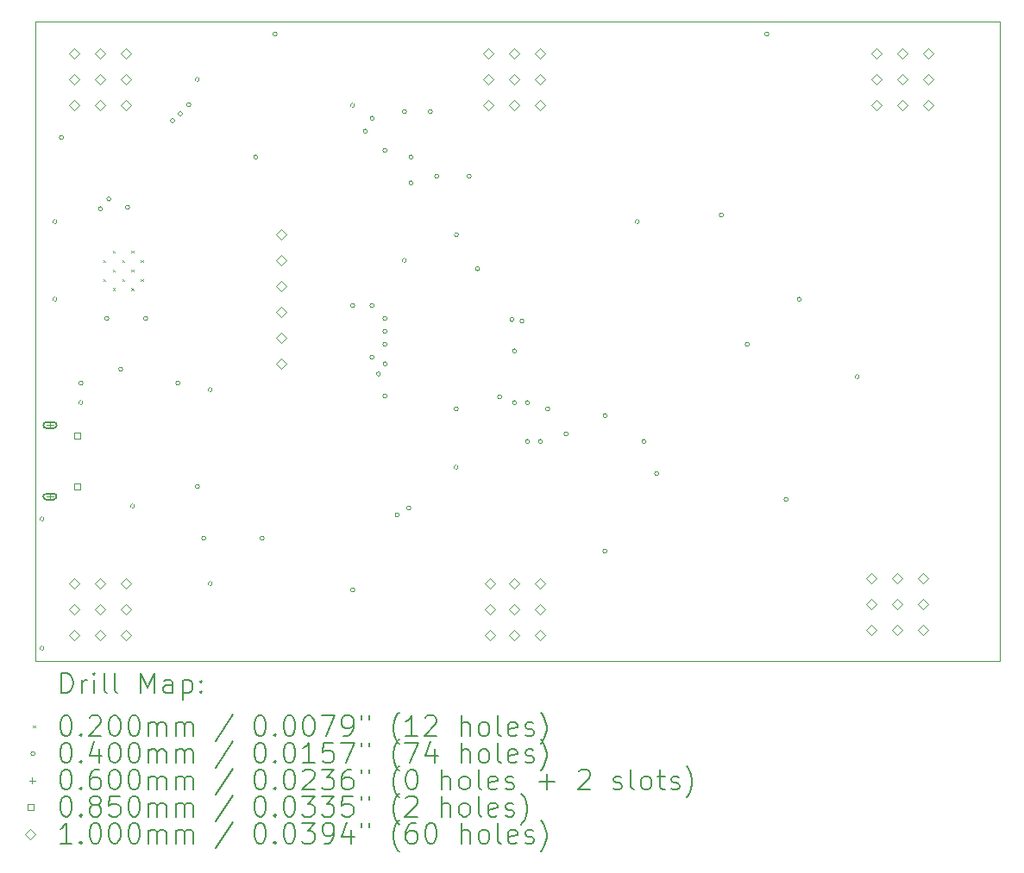
<source format=gbr>
%TF.GenerationSoftware,KiCad,Pcbnew,6.0.10-86aedd382b~118~ubuntu22.04.1*%
%TF.CreationDate,2023-01-14T07:35:05+01:00*%
%TF.ProjectId,servo_control,73657276-6f5f-4636-9f6e-74726f6c2e6b,rev?*%
%TF.SameCoordinates,Original*%
%TF.FileFunction,Drillmap*%
%TF.FilePolarity,Positive*%
%FSLAX45Y45*%
G04 Gerber Fmt 4.5, Leading zero omitted, Abs format (unit mm)*
G04 Created by KiCad (PCBNEW 6.0.10-86aedd382b~118~ubuntu22.04.1) date 2023-01-14 07:35:05*
%MOMM*%
%LPD*%
G01*
G04 APERTURE LIST*
%ADD10C,0.100000*%
%ADD11C,0.200000*%
%ADD12C,0.020000*%
%ADD13C,0.040000*%
%ADD14C,0.060000*%
%ADD15C,0.085000*%
G04 APERTURE END LIST*
D10*
X10033000Y-4000500D02*
X19494500Y-4000500D01*
X19494500Y-4000500D02*
X19494500Y-10287000D01*
X19494500Y-10287000D02*
X10033000Y-10287000D01*
X10033000Y-10287000D02*
X10033000Y-4000500D01*
D11*
D12*
X10698500Y-6348250D02*
X10718500Y-6368250D01*
X10718500Y-6348250D02*
X10698500Y-6368250D01*
X10698500Y-6531750D02*
X10718500Y-6551750D01*
X10718500Y-6531750D02*
X10698500Y-6551750D01*
X10790250Y-6256500D02*
X10810250Y-6276500D01*
X10810250Y-6256500D02*
X10790250Y-6276500D01*
X10790250Y-6440000D02*
X10810250Y-6460000D01*
X10810250Y-6440000D02*
X10790250Y-6460000D01*
X10790250Y-6623500D02*
X10810250Y-6643500D01*
X10810250Y-6623500D02*
X10790250Y-6643500D01*
X10882000Y-6348250D02*
X10902000Y-6368250D01*
X10902000Y-6348250D02*
X10882000Y-6368250D01*
X10882000Y-6531750D02*
X10902000Y-6551750D01*
X10902000Y-6531750D02*
X10882000Y-6551750D01*
X10973750Y-6256500D02*
X10993750Y-6276500D01*
X10993750Y-6256500D02*
X10973750Y-6276500D01*
X10973750Y-6440000D02*
X10993750Y-6460000D01*
X10993750Y-6440000D02*
X10973750Y-6460000D01*
X10973750Y-6623500D02*
X10993750Y-6643500D01*
X10993750Y-6623500D02*
X10973750Y-6643500D01*
X11065500Y-6348250D02*
X11085500Y-6368250D01*
X11085500Y-6348250D02*
X11065500Y-6368250D01*
X11065500Y-6531750D02*
X11085500Y-6551750D01*
X11085500Y-6531750D02*
X11065500Y-6551750D01*
D13*
X10116500Y-8890000D02*
G75*
G03*
X10116500Y-8890000I-20000J0D01*
G01*
X10116500Y-10160000D02*
G75*
G03*
X10116500Y-10160000I-20000J0D01*
G01*
X10243500Y-5969000D02*
G75*
G03*
X10243500Y-5969000I-20000J0D01*
G01*
X10243500Y-6731000D02*
G75*
G03*
X10243500Y-6731000I-20000J0D01*
G01*
X10307000Y-5143500D02*
G75*
G03*
X10307000Y-5143500I-20000J0D01*
G01*
X10497500Y-7556500D02*
G75*
G03*
X10497500Y-7556500I-20000J0D01*
G01*
X10497500Y-7747000D02*
G75*
G03*
X10497500Y-7747000I-20000J0D01*
G01*
X10688000Y-5842000D02*
G75*
G03*
X10688000Y-5842000I-20000J0D01*
G01*
X10751500Y-6921500D02*
G75*
G03*
X10751500Y-6921500I-20000J0D01*
G01*
X10772049Y-5747063D02*
G75*
G03*
X10772049Y-5747063I-20000J0D01*
G01*
X10888789Y-7419211D02*
G75*
G03*
X10888789Y-7419211I-20000J0D01*
G01*
X10955722Y-5828278D02*
G75*
G03*
X10955722Y-5828278I-20000J0D01*
G01*
X11005500Y-8763000D02*
G75*
G03*
X11005500Y-8763000I-20000J0D01*
G01*
X11132500Y-6921500D02*
G75*
G03*
X11132500Y-6921500I-20000J0D01*
G01*
X11397869Y-4976950D02*
G75*
G03*
X11397869Y-4976950I-20000J0D01*
G01*
X11450000Y-7556500D02*
G75*
G03*
X11450000Y-7556500I-20000J0D01*
G01*
X11473110Y-4911155D02*
G75*
G03*
X11473110Y-4911155I-20000J0D01*
G01*
X11555310Y-4819818D02*
G75*
G03*
X11555310Y-4819818I-20000J0D01*
G01*
X11640500Y-4572000D02*
G75*
G03*
X11640500Y-4572000I-20000J0D01*
G01*
X11640500Y-8572500D02*
G75*
G03*
X11640500Y-8572500I-20000J0D01*
G01*
X11704000Y-9080500D02*
G75*
G03*
X11704000Y-9080500I-20000J0D01*
G01*
X11767500Y-7620000D02*
G75*
G03*
X11767500Y-7620000I-20000J0D01*
G01*
X11767500Y-9525000D02*
G75*
G03*
X11767500Y-9525000I-20000J0D01*
G01*
X12212000Y-5334000D02*
G75*
G03*
X12212000Y-5334000I-20000J0D01*
G01*
X12275500Y-9080500D02*
G75*
G03*
X12275500Y-9080500I-20000J0D01*
G01*
X12402500Y-4127500D02*
G75*
G03*
X12402500Y-4127500I-20000J0D01*
G01*
X13164500Y-4826000D02*
G75*
G03*
X13164500Y-4826000I-20000J0D01*
G01*
X13164500Y-6794500D02*
G75*
G03*
X13164500Y-6794500I-20000J0D01*
G01*
X13164500Y-9588500D02*
G75*
G03*
X13164500Y-9588500I-20000J0D01*
G01*
X13287350Y-5080000D02*
G75*
G03*
X13287350Y-5080000I-20000J0D01*
G01*
X13355000Y-4953000D02*
G75*
G03*
X13355000Y-4953000I-20000J0D01*
G01*
X13355000Y-6794500D02*
G75*
G03*
X13355000Y-6794500I-20000J0D01*
G01*
X13355000Y-7302500D02*
G75*
G03*
X13355000Y-7302500I-20000J0D01*
G01*
X13418500Y-7465950D02*
G75*
G03*
X13418500Y-7465950I-20000J0D01*
G01*
X13482000Y-5270500D02*
G75*
G03*
X13482000Y-5270500I-20000J0D01*
G01*
X13482000Y-6921500D02*
G75*
G03*
X13482000Y-6921500I-20000J0D01*
G01*
X13482000Y-7048500D02*
G75*
G03*
X13482000Y-7048500I-20000J0D01*
G01*
X13482000Y-7175500D02*
G75*
G03*
X13482000Y-7175500I-20000J0D01*
G01*
X13482000Y-7366000D02*
G75*
G03*
X13482000Y-7366000I-20000J0D01*
G01*
X13482000Y-7683500D02*
G75*
G03*
X13482000Y-7683500I-20000J0D01*
G01*
X13601387Y-8849994D02*
G75*
G03*
X13601387Y-8849994I-20000J0D01*
G01*
X13672500Y-4889500D02*
G75*
G03*
X13672500Y-4889500I-20000J0D01*
G01*
X13672500Y-6350000D02*
G75*
G03*
X13672500Y-6350000I-20000J0D01*
G01*
X13714300Y-8783450D02*
G75*
G03*
X13714300Y-8783450I-20000J0D01*
G01*
X13736000Y-5334000D02*
G75*
G03*
X13736000Y-5334000I-20000J0D01*
G01*
X13736000Y-5588000D02*
G75*
G03*
X13736000Y-5588000I-20000J0D01*
G01*
X13926500Y-4889500D02*
G75*
G03*
X13926500Y-4889500I-20000J0D01*
G01*
X13990000Y-5524500D02*
G75*
G03*
X13990000Y-5524500I-20000J0D01*
G01*
X14180500Y-7810500D02*
G75*
G03*
X14180500Y-7810500I-20000J0D01*
G01*
X14180500Y-8382000D02*
G75*
G03*
X14180500Y-8382000I-20000J0D01*
G01*
X14182623Y-6098123D02*
G75*
G03*
X14182623Y-6098123I-20000J0D01*
G01*
X14307500Y-5524500D02*
G75*
G03*
X14307500Y-5524500I-20000J0D01*
G01*
X14390480Y-6432980D02*
G75*
G03*
X14390480Y-6432980I-20000J0D01*
G01*
X14607050Y-7692450D02*
G75*
G03*
X14607050Y-7692450I-20000J0D01*
G01*
X14727036Y-6931960D02*
G75*
G03*
X14727036Y-6931960I-20000J0D01*
G01*
X14752000Y-7239000D02*
G75*
G03*
X14752000Y-7239000I-20000J0D01*
G01*
X14752000Y-7747000D02*
G75*
G03*
X14752000Y-7747000I-20000J0D01*
G01*
X14826030Y-6945753D02*
G75*
G03*
X14826030Y-6945753I-20000J0D01*
G01*
X14879000Y-7747000D02*
G75*
G03*
X14879000Y-7747000I-20000J0D01*
G01*
X14879000Y-8128000D02*
G75*
G03*
X14879000Y-8128000I-20000J0D01*
G01*
X15006000Y-8128000D02*
G75*
G03*
X15006000Y-8128000I-20000J0D01*
G01*
X15078450Y-7810500D02*
G75*
G03*
X15078450Y-7810500I-20000J0D01*
G01*
X15260000Y-8055550D02*
G75*
G03*
X15260000Y-8055550I-20000J0D01*
G01*
X15641000Y-7874000D02*
G75*
G03*
X15641000Y-7874000I-20000J0D01*
G01*
X15641000Y-9207500D02*
G75*
G03*
X15641000Y-9207500I-20000J0D01*
G01*
X15958500Y-5969000D02*
G75*
G03*
X15958500Y-5969000I-20000J0D01*
G01*
X16022000Y-8128000D02*
G75*
G03*
X16022000Y-8128000I-20000J0D01*
G01*
X16149000Y-8445500D02*
G75*
G03*
X16149000Y-8445500I-20000J0D01*
G01*
X16784000Y-5905500D02*
G75*
G03*
X16784000Y-5905500I-20000J0D01*
G01*
X17038000Y-7175500D02*
G75*
G03*
X17038000Y-7175500I-20000J0D01*
G01*
X17228500Y-4127500D02*
G75*
G03*
X17228500Y-4127500I-20000J0D01*
G01*
X17419000Y-8699500D02*
G75*
G03*
X17419000Y-8699500I-20000J0D01*
G01*
X17546000Y-6731000D02*
G75*
G03*
X17546000Y-6731000I-20000J0D01*
G01*
X18117500Y-7493000D02*
G75*
G03*
X18117500Y-7493000I-20000J0D01*
G01*
D14*
X10174237Y-7939615D02*
X10174237Y-7999615D01*
X10144237Y-7969615D02*
X10204237Y-7969615D01*
D11*
X10139237Y-7999615D02*
X10209237Y-7999615D01*
X10139237Y-7939615D02*
X10209237Y-7939615D01*
X10209237Y-7999615D02*
G75*
G03*
X10209237Y-7939615I0J30000D01*
G01*
X10139237Y-7939615D02*
G75*
G03*
X10139237Y-7999615I0J-30000D01*
G01*
D14*
X10174237Y-8639615D02*
X10174237Y-8699615D01*
X10144237Y-8669615D02*
X10204237Y-8669615D01*
D11*
X10209237Y-8639615D02*
X10139237Y-8639615D01*
X10209237Y-8699615D02*
X10139237Y-8699615D01*
X10139237Y-8639615D02*
G75*
G03*
X10139237Y-8699615I0J-30000D01*
G01*
X10209237Y-8699615D02*
G75*
G03*
X10209237Y-8639615I0J30000D01*
G01*
D15*
X10474289Y-8099667D02*
X10474289Y-8039563D01*
X10414185Y-8039563D01*
X10414185Y-8099667D01*
X10474289Y-8099667D01*
X10474289Y-8599668D02*
X10474289Y-8539563D01*
X10414185Y-8539563D01*
X10414185Y-8599668D01*
X10474289Y-8599668D01*
D10*
X10414000Y-4368000D02*
X10464000Y-4318000D01*
X10414000Y-4268000D01*
X10364000Y-4318000D01*
X10414000Y-4368000D01*
X10414000Y-4622000D02*
X10464000Y-4572000D01*
X10414000Y-4522000D01*
X10364000Y-4572000D01*
X10414000Y-4622000D01*
X10414000Y-4876000D02*
X10464000Y-4826000D01*
X10414000Y-4776000D01*
X10364000Y-4826000D01*
X10414000Y-4876000D01*
X10414000Y-9572000D02*
X10464000Y-9522000D01*
X10414000Y-9472000D01*
X10364000Y-9522000D01*
X10414000Y-9572000D01*
X10414000Y-9826000D02*
X10464000Y-9776000D01*
X10414000Y-9726000D01*
X10364000Y-9776000D01*
X10414000Y-9826000D01*
X10414000Y-10080000D02*
X10464000Y-10030000D01*
X10414000Y-9980000D01*
X10364000Y-10030000D01*
X10414000Y-10080000D01*
X10668000Y-4368000D02*
X10718000Y-4318000D01*
X10668000Y-4268000D01*
X10618000Y-4318000D01*
X10668000Y-4368000D01*
X10668000Y-4622000D02*
X10718000Y-4572000D01*
X10668000Y-4522000D01*
X10618000Y-4572000D01*
X10668000Y-4622000D01*
X10668000Y-4876000D02*
X10718000Y-4826000D01*
X10668000Y-4776000D01*
X10618000Y-4826000D01*
X10668000Y-4876000D01*
X10668000Y-9572000D02*
X10718000Y-9522000D01*
X10668000Y-9472000D01*
X10618000Y-9522000D01*
X10668000Y-9572000D01*
X10668000Y-9826000D02*
X10718000Y-9776000D01*
X10668000Y-9726000D01*
X10618000Y-9776000D01*
X10668000Y-9826000D01*
X10668000Y-10080000D02*
X10718000Y-10030000D01*
X10668000Y-9980000D01*
X10618000Y-10030000D01*
X10668000Y-10080000D01*
X10922000Y-4368000D02*
X10972000Y-4318000D01*
X10922000Y-4268000D01*
X10872000Y-4318000D01*
X10922000Y-4368000D01*
X10922000Y-4622000D02*
X10972000Y-4572000D01*
X10922000Y-4522000D01*
X10872000Y-4572000D01*
X10922000Y-4622000D01*
X10922000Y-4876000D02*
X10972000Y-4826000D01*
X10922000Y-4776000D01*
X10872000Y-4826000D01*
X10922000Y-4876000D01*
X10922000Y-9572000D02*
X10972000Y-9522000D01*
X10922000Y-9472000D01*
X10872000Y-9522000D01*
X10922000Y-9572000D01*
X10922000Y-9826000D02*
X10972000Y-9776000D01*
X10922000Y-9726000D01*
X10872000Y-9776000D01*
X10922000Y-9826000D01*
X10922000Y-10080000D02*
X10972000Y-10030000D01*
X10922000Y-9980000D01*
X10872000Y-10030000D01*
X10922000Y-10080000D01*
X12446000Y-6146000D02*
X12496000Y-6096000D01*
X12446000Y-6046000D01*
X12396000Y-6096000D01*
X12446000Y-6146000D01*
X12446000Y-6400000D02*
X12496000Y-6350000D01*
X12446000Y-6300000D01*
X12396000Y-6350000D01*
X12446000Y-6400000D01*
X12446000Y-6654000D02*
X12496000Y-6604000D01*
X12446000Y-6554000D01*
X12396000Y-6604000D01*
X12446000Y-6654000D01*
X12446000Y-6908000D02*
X12496000Y-6858000D01*
X12446000Y-6808000D01*
X12396000Y-6858000D01*
X12446000Y-6908000D01*
X12446000Y-7162000D02*
X12496000Y-7112000D01*
X12446000Y-7062000D01*
X12396000Y-7112000D01*
X12446000Y-7162000D01*
X12446000Y-7416000D02*
X12496000Y-7366000D01*
X12446000Y-7316000D01*
X12396000Y-7366000D01*
X12446000Y-7416000D01*
X14478000Y-4368000D02*
X14528000Y-4318000D01*
X14478000Y-4268000D01*
X14428000Y-4318000D01*
X14478000Y-4368000D01*
X14478000Y-4622000D02*
X14528000Y-4572000D01*
X14478000Y-4522000D01*
X14428000Y-4572000D01*
X14478000Y-4622000D01*
X14478000Y-4876000D02*
X14528000Y-4826000D01*
X14478000Y-4776000D01*
X14428000Y-4826000D01*
X14478000Y-4876000D01*
X14490000Y-9575000D02*
X14540000Y-9525000D01*
X14490000Y-9475000D01*
X14440000Y-9525000D01*
X14490000Y-9575000D01*
X14490000Y-9829000D02*
X14540000Y-9779000D01*
X14490000Y-9729000D01*
X14440000Y-9779000D01*
X14490000Y-9829000D01*
X14490000Y-10083000D02*
X14540000Y-10033000D01*
X14490000Y-9983000D01*
X14440000Y-10033000D01*
X14490000Y-10083000D01*
X14732000Y-4368000D02*
X14782000Y-4318000D01*
X14732000Y-4268000D01*
X14682000Y-4318000D01*
X14732000Y-4368000D01*
X14732000Y-4622000D02*
X14782000Y-4572000D01*
X14732000Y-4522000D01*
X14682000Y-4572000D01*
X14732000Y-4622000D01*
X14732000Y-4876000D02*
X14782000Y-4826000D01*
X14732000Y-4776000D01*
X14682000Y-4826000D01*
X14732000Y-4876000D01*
X14732000Y-9575000D02*
X14782000Y-9525000D01*
X14732000Y-9475000D01*
X14682000Y-9525000D01*
X14732000Y-9575000D01*
X14732000Y-9829000D02*
X14782000Y-9779000D01*
X14732000Y-9729000D01*
X14682000Y-9779000D01*
X14732000Y-9829000D01*
X14732000Y-10083000D02*
X14782000Y-10033000D01*
X14732000Y-9983000D01*
X14682000Y-10033000D01*
X14732000Y-10083000D01*
X14986000Y-4368000D02*
X15036000Y-4318000D01*
X14986000Y-4268000D01*
X14936000Y-4318000D01*
X14986000Y-4368000D01*
X14986000Y-4622000D02*
X15036000Y-4572000D01*
X14986000Y-4522000D01*
X14936000Y-4572000D01*
X14986000Y-4622000D01*
X14986000Y-4876000D02*
X15036000Y-4826000D01*
X14986000Y-4776000D01*
X14936000Y-4826000D01*
X14986000Y-4876000D01*
X14986000Y-9575000D02*
X15036000Y-9525000D01*
X14986000Y-9475000D01*
X14936000Y-9525000D01*
X14986000Y-9575000D01*
X14986000Y-9829000D02*
X15036000Y-9779000D01*
X14986000Y-9729000D01*
X14936000Y-9779000D01*
X14986000Y-9829000D01*
X14986000Y-10083000D02*
X15036000Y-10033000D01*
X14986000Y-9983000D01*
X14936000Y-10033000D01*
X14986000Y-10083000D01*
X18237246Y-9524731D02*
X18287246Y-9474731D01*
X18237246Y-9424731D01*
X18187246Y-9474731D01*
X18237246Y-9524731D01*
X18237246Y-9778731D02*
X18287246Y-9728731D01*
X18237246Y-9678731D01*
X18187246Y-9728731D01*
X18237246Y-9778731D01*
X18237246Y-10032731D02*
X18287246Y-9982731D01*
X18237246Y-9932731D01*
X18187246Y-9982731D01*
X18237246Y-10032731D01*
X18288000Y-4368000D02*
X18338000Y-4318000D01*
X18288000Y-4268000D01*
X18238000Y-4318000D01*
X18288000Y-4368000D01*
X18288000Y-4622000D02*
X18338000Y-4572000D01*
X18288000Y-4522000D01*
X18238000Y-4572000D01*
X18288000Y-4622000D01*
X18288000Y-4876000D02*
X18338000Y-4826000D01*
X18288000Y-4776000D01*
X18238000Y-4826000D01*
X18288000Y-4876000D01*
X18491246Y-9524731D02*
X18541246Y-9474731D01*
X18491246Y-9424731D01*
X18441246Y-9474731D01*
X18491246Y-9524731D01*
X18491246Y-9778731D02*
X18541246Y-9728731D01*
X18491246Y-9678731D01*
X18441246Y-9728731D01*
X18491246Y-9778731D01*
X18491246Y-10032731D02*
X18541246Y-9982731D01*
X18491246Y-9932731D01*
X18441246Y-9982731D01*
X18491246Y-10032731D01*
X18542000Y-4368000D02*
X18592000Y-4318000D01*
X18542000Y-4268000D01*
X18492000Y-4318000D01*
X18542000Y-4368000D01*
X18542000Y-4622000D02*
X18592000Y-4572000D01*
X18542000Y-4522000D01*
X18492000Y-4572000D01*
X18542000Y-4622000D01*
X18542000Y-4876000D02*
X18592000Y-4826000D01*
X18542000Y-4776000D01*
X18492000Y-4826000D01*
X18542000Y-4876000D01*
X18745246Y-9524731D02*
X18795246Y-9474731D01*
X18745246Y-9424731D01*
X18695246Y-9474731D01*
X18745246Y-9524731D01*
X18745246Y-9778731D02*
X18795246Y-9728731D01*
X18745246Y-9678731D01*
X18695246Y-9728731D01*
X18745246Y-9778731D01*
X18745246Y-10032731D02*
X18795246Y-9982731D01*
X18745246Y-9932731D01*
X18695246Y-9982731D01*
X18745246Y-10032731D01*
X18796000Y-4368000D02*
X18846000Y-4318000D01*
X18796000Y-4268000D01*
X18746000Y-4318000D01*
X18796000Y-4368000D01*
X18796000Y-4622000D02*
X18846000Y-4572000D01*
X18796000Y-4522000D01*
X18746000Y-4572000D01*
X18796000Y-4622000D01*
X18796000Y-4876000D02*
X18846000Y-4826000D01*
X18796000Y-4776000D01*
X18746000Y-4826000D01*
X18796000Y-4876000D01*
D11*
X10285619Y-10602476D02*
X10285619Y-10402476D01*
X10333238Y-10402476D01*
X10361810Y-10412000D01*
X10380857Y-10431048D01*
X10390381Y-10450095D01*
X10399905Y-10488190D01*
X10399905Y-10516762D01*
X10390381Y-10554857D01*
X10380857Y-10573905D01*
X10361810Y-10592952D01*
X10333238Y-10602476D01*
X10285619Y-10602476D01*
X10485619Y-10602476D02*
X10485619Y-10469143D01*
X10485619Y-10507238D02*
X10495143Y-10488190D01*
X10504667Y-10478667D01*
X10523714Y-10469143D01*
X10542762Y-10469143D01*
X10609429Y-10602476D02*
X10609429Y-10469143D01*
X10609429Y-10402476D02*
X10599905Y-10412000D01*
X10609429Y-10421524D01*
X10618952Y-10412000D01*
X10609429Y-10402476D01*
X10609429Y-10421524D01*
X10733238Y-10602476D02*
X10714190Y-10592952D01*
X10704667Y-10573905D01*
X10704667Y-10402476D01*
X10838000Y-10602476D02*
X10818952Y-10592952D01*
X10809429Y-10573905D01*
X10809429Y-10402476D01*
X11066571Y-10602476D02*
X11066571Y-10402476D01*
X11133238Y-10545333D01*
X11199905Y-10402476D01*
X11199905Y-10602476D01*
X11380857Y-10602476D02*
X11380857Y-10497714D01*
X11371333Y-10478667D01*
X11352286Y-10469143D01*
X11314190Y-10469143D01*
X11295143Y-10478667D01*
X11380857Y-10592952D02*
X11361809Y-10602476D01*
X11314190Y-10602476D01*
X11295143Y-10592952D01*
X11285619Y-10573905D01*
X11285619Y-10554857D01*
X11295143Y-10535810D01*
X11314190Y-10526286D01*
X11361809Y-10526286D01*
X11380857Y-10516762D01*
X11476095Y-10469143D02*
X11476095Y-10669143D01*
X11476095Y-10478667D02*
X11495143Y-10469143D01*
X11533238Y-10469143D01*
X11552286Y-10478667D01*
X11561809Y-10488190D01*
X11571333Y-10507238D01*
X11571333Y-10564381D01*
X11561809Y-10583429D01*
X11552286Y-10592952D01*
X11533238Y-10602476D01*
X11495143Y-10602476D01*
X11476095Y-10592952D01*
X11657048Y-10583429D02*
X11666571Y-10592952D01*
X11657048Y-10602476D01*
X11647524Y-10592952D01*
X11657048Y-10583429D01*
X11657048Y-10602476D01*
X11657048Y-10478667D02*
X11666571Y-10488190D01*
X11657048Y-10497714D01*
X11647524Y-10488190D01*
X11657048Y-10478667D01*
X11657048Y-10497714D01*
D12*
X10008000Y-10922000D02*
X10028000Y-10942000D01*
X10028000Y-10922000D02*
X10008000Y-10942000D01*
D11*
X10323714Y-10822476D02*
X10342762Y-10822476D01*
X10361810Y-10832000D01*
X10371333Y-10841524D01*
X10380857Y-10860571D01*
X10390381Y-10898667D01*
X10390381Y-10946286D01*
X10380857Y-10984381D01*
X10371333Y-11003429D01*
X10361810Y-11012952D01*
X10342762Y-11022476D01*
X10323714Y-11022476D01*
X10304667Y-11012952D01*
X10295143Y-11003429D01*
X10285619Y-10984381D01*
X10276095Y-10946286D01*
X10276095Y-10898667D01*
X10285619Y-10860571D01*
X10295143Y-10841524D01*
X10304667Y-10832000D01*
X10323714Y-10822476D01*
X10476095Y-11003429D02*
X10485619Y-11012952D01*
X10476095Y-11022476D01*
X10466571Y-11012952D01*
X10476095Y-11003429D01*
X10476095Y-11022476D01*
X10561810Y-10841524D02*
X10571333Y-10832000D01*
X10590381Y-10822476D01*
X10638000Y-10822476D01*
X10657048Y-10832000D01*
X10666571Y-10841524D01*
X10676095Y-10860571D01*
X10676095Y-10879619D01*
X10666571Y-10908190D01*
X10552286Y-11022476D01*
X10676095Y-11022476D01*
X10799905Y-10822476D02*
X10818952Y-10822476D01*
X10838000Y-10832000D01*
X10847524Y-10841524D01*
X10857048Y-10860571D01*
X10866571Y-10898667D01*
X10866571Y-10946286D01*
X10857048Y-10984381D01*
X10847524Y-11003429D01*
X10838000Y-11012952D01*
X10818952Y-11022476D01*
X10799905Y-11022476D01*
X10780857Y-11012952D01*
X10771333Y-11003429D01*
X10761810Y-10984381D01*
X10752286Y-10946286D01*
X10752286Y-10898667D01*
X10761810Y-10860571D01*
X10771333Y-10841524D01*
X10780857Y-10832000D01*
X10799905Y-10822476D01*
X10990381Y-10822476D02*
X11009429Y-10822476D01*
X11028476Y-10832000D01*
X11038000Y-10841524D01*
X11047524Y-10860571D01*
X11057048Y-10898667D01*
X11057048Y-10946286D01*
X11047524Y-10984381D01*
X11038000Y-11003429D01*
X11028476Y-11012952D01*
X11009429Y-11022476D01*
X10990381Y-11022476D01*
X10971333Y-11012952D01*
X10961810Y-11003429D01*
X10952286Y-10984381D01*
X10942762Y-10946286D01*
X10942762Y-10898667D01*
X10952286Y-10860571D01*
X10961810Y-10841524D01*
X10971333Y-10832000D01*
X10990381Y-10822476D01*
X11142762Y-11022476D02*
X11142762Y-10889143D01*
X11142762Y-10908190D02*
X11152286Y-10898667D01*
X11171333Y-10889143D01*
X11199905Y-10889143D01*
X11218952Y-10898667D01*
X11228476Y-10917714D01*
X11228476Y-11022476D01*
X11228476Y-10917714D02*
X11238000Y-10898667D01*
X11257048Y-10889143D01*
X11285619Y-10889143D01*
X11304667Y-10898667D01*
X11314190Y-10917714D01*
X11314190Y-11022476D01*
X11409428Y-11022476D02*
X11409428Y-10889143D01*
X11409428Y-10908190D02*
X11418952Y-10898667D01*
X11438000Y-10889143D01*
X11466571Y-10889143D01*
X11485619Y-10898667D01*
X11495143Y-10917714D01*
X11495143Y-11022476D01*
X11495143Y-10917714D02*
X11504667Y-10898667D01*
X11523714Y-10889143D01*
X11552286Y-10889143D01*
X11571333Y-10898667D01*
X11580857Y-10917714D01*
X11580857Y-11022476D01*
X11971333Y-10812952D02*
X11799905Y-11070095D01*
X12228476Y-10822476D02*
X12247524Y-10822476D01*
X12266571Y-10832000D01*
X12276095Y-10841524D01*
X12285619Y-10860571D01*
X12295143Y-10898667D01*
X12295143Y-10946286D01*
X12285619Y-10984381D01*
X12276095Y-11003429D01*
X12266571Y-11012952D01*
X12247524Y-11022476D01*
X12228476Y-11022476D01*
X12209428Y-11012952D01*
X12199905Y-11003429D01*
X12190381Y-10984381D01*
X12180857Y-10946286D01*
X12180857Y-10898667D01*
X12190381Y-10860571D01*
X12199905Y-10841524D01*
X12209428Y-10832000D01*
X12228476Y-10822476D01*
X12380857Y-11003429D02*
X12390381Y-11012952D01*
X12380857Y-11022476D01*
X12371333Y-11012952D01*
X12380857Y-11003429D01*
X12380857Y-11022476D01*
X12514190Y-10822476D02*
X12533238Y-10822476D01*
X12552286Y-10832000D01*
X12561809Y-10841524D01*
X12571333Y-10860571D01*
X12580857Y-10898667D01*
X12580857Y-10946286D01*
X12571333Y-10984381D01*
X12561809Y-11003429D01*
X12552286Y-11012952D01*
X12533238Y-11022476D01*
X12514190Y-11022476D01*
X12495143Y-11012952D01*
X12485619Y-11003429D01*
X12476095Y-10984381D01*
X12466571Y-10946286D01*
X12466571Y-10898667D01*
X12476095Y-10860571D01*
X12485619Y-10841524D01*
X12495143Y-10832000D01*
X12514190Y-10822476D01*
X12704667Y-10822476D02*
X12723714Y-10822476D01*
X12742762Y-10832000D01*
X12752286Y-10841524D01*
X12761809Y-10860571D01*
X12771333Y-10898667D01*
X12771333Y-10946286D01*
X12761809Y-10984381D01*
X12752286Y-11003429D01*
X12742762Y-11012952D01*
X12723714Y-11022476D01*
X12704667Y-11022476D01*
X12685619Y-11012952D01*
X12676095Y-11003429D01*
X12666571Y-10984381D01*
X12657048Y-10946286D01*
X12657048Y-10898667D01*
X12666571Y-10860571D01*
X12676095Y-10841524D01*
X12685619Y-10832000D01*
X12704667Y-10822476D01*
X12838000Y-10822476D02*
X12971333Y-10822476D01*
X12885619Y-11022476D01*
X13057048Y-11022476D02*
X13095143Y-11022476D01*
X13114190Y-11012952D01*
X13123714Y-11003429D01*
X13142762Y-10974857D01*
X13152286Y-10936762D01*
X13152286Y-10860571D01*
X13142762Y-10841524D01*
X13133238Y-10832000D01*
X13114190Y-10822476D01*
X13076095Y-10822476D01*
X13057048Y-10832000D01*
X13047524Y-10841524D01*
X13038000Y-10860571D01*
X13038000Y-10908190D01*
X13047524Y-10927238D01*
X13057048Y-10936762D01*
X13076095Y-10946286D01*
X13114190Y-10946286D01*
X13133238Y-10936762D01*
X13142762Y-10927238D01*
X13152286Y-10908190D01*
X13228476Y-10822476D02*
X13228476Y-10860571D01*
X13304667Y-10822476D02*
X13304667Y-10860571D01*
X13599905Y-11098667D02*
X13590381Y-11089143D01*
X13571333Y-11060571D01*
X13561809Y-11041524D01*
X13552286Y-11012952D01*
X13542762Y-10965333D01*
X13542762Y-10927238D01*
X13552286Y-10879619D01*
X13561809Y-10851048D01*
X13571333Y-10832000D01*
X13590381Y-10803429D01*
X13599905Y-10793905D01*
X13780857Y-11022476D02*
X13666571Y-11022476D01*
X13723714Y-11022476D02*
X13723714Y-10822476D01*
X13704667Y-10851048D01*
X13685619Y-10870095D01*
X13666571Y-10879619D01*
X13857048Y-10841524D02*
X13866571Y-10832000D01*
X13885619Y-10822476D01*
X13933238Y-10822476D01*
X13952286Y-10832000D01*
X13961809Y-10841524D01*
X13971333Y-10860571D01*
X13971333Y-10879619D01*
X13961809Y-10908190D01*
X13847524Y-11022476D01*
X13971333Y-11022476D01*
X14209428Y-11022476D02*
X14209428Y-10822476D01*
X14295143Y-11022476D02*
X14295143Y-10917714D01*
X14285619Y-10898667D01*
X14266571Y-10889143D01*
X14238000Y-10889143D01*
X14218952Y-10898667D01*
X14209428Y-10908190D01*
X14418952Y-11022476D02*
X14399905Y-11012952D01*
X14390381Y-11003429D01*
X14380857Y-10984381D01*
X14380857Y-10927238D01*
X14390381Y-10908190D01*
X14399905Y-10898667D01*
X14418952Y-10889143D01*
X14447524Y-10889143D01*
X14466571Y-10898667D01*
X14476095Y-10908190D01*
X14485619Y-10927238D01*
X14485619Y-10984381D01*
X14476095Y-11003429D01*
X14466571Y-11012952D01*
X14447524Y-11022476D01*
X14418952Y-11022476D01*
X14599905Y-11022476D02*
X14580857Y-11012952D01*
X14571333Y-10993905D01*
X14571333Y-10822476D01*
X14752286Y-11012952D02*
X14733238Y-11022476D01*
X14695143Y-11022476D01*
X14676095Y-11012952D01*
X14666571Y-10993905D01*
X14666571Y-10917714D01*
X14676095Y-10898667D01*
X14695143Y-10889143D01*
X14733238Y-10889143D01*
X14752286Y-10898667D01*
X14761809Y-10917714D01*
X14761809Y-10936762D01*
X14666571Y-10955810D01*
X14838000Y-11012952D02*
X14857048Y-11022476D01*
X14895143Y-11022476D01*
X14914190Y-11012952D01*
X14923714Y-10993905D01*
X14923714Y-10984381D01*
X14914190Y-10965333D01*
X14895143Y-10955810D01*
X14866571Y-10955810D01*
X14847524Y-10946286D01*
X14838000Y-10927238D01*
X14838000Y-10917714D01*
X14847524Y-10898667D01*
X14866571Y-10889143D01*
X14895143Y-10889143D01*
X14914190Y-10898667D01*
X14990381Y-11098667D02*
X14999905Y-11089143D01*
X15018952Y-11060571D01*
X15028476Y-11041524D01*
X15038000Y-11012952D01*
X15047524Y-10965333D01*
X15047524Y-10927238D01*
X15038000Y-10879619D01*
X15028476Y-10851048D01*
X15018952Y-10832000D01*
X14999905Y-10803429D01*
X14990381Y-10793905D01*
D13*
X10028000Y-11196000D02*
G75*
G03*
X10028000Y-11196000I-20000J0D01*
G01*
D11*
X10323714Y-11086476D02*
X10342762Y-11086476D01*
X10361810Y-11096000D01*
X10371333Y-11105524D01*
X10380857Y-11124571D01*
X10390381Y-11162667D01*
X10390381Y-11210286D01*
X10380857Y-11248381D01*
X10371333Y-11267428D01*
X10361810Y-11276952D01*
X10342762Y-11286476D01*
X10323714Y-11286476D01*
X10304667Y-11276952D01*
X10295143Y-11267428D01*
X10285619Y-11248381D01*
X10276095Y-11210286D01*
X10276095Y-11162667D01*
X10285619Y-11124571D01*
X10295143Y-11105524D01*
X10304667Y-11096000D01*
X10323714Y-11086476D01*
X10476095Y-11267428D02*
X10485619Y-11276952D01*
X10476095Y-11286476D01*
X10466571Y-11276952D01*
X10476095Y-11267428D01*
X10476095Y-11286476D01*
X10657048Y-11153143D02*
X10657048Y-11286476D01*
X10609429Y-11076952D02*
X10561810Y-11219809D01*
X10685619Y-11219809D01*
X10799905Y-11086476D02*
X10818952Y-11086476D01*
X10838000Y-11096000D01*
X10847524Y-11105524D01*
X10857048Y-11124571D01*
X10866571Y-11162667D01*
X10866571Y-11210286D01*
X10857048Y-11248381D01*
X10847524Y-11267428D01*
X10838000Y-11276952D01*
X10818952Y-11286476D01*
X10799905Y-11286476D01*
X10780857Y-11276952D01*
X10771333Y-11267428D01*
X10761810Y-11248381D01*
X10752286Y-11210286D01*
X10752286Y-11162667D01*
X10761810Y-11124571D01*
X10771333Y-11105524D01*
X10780857Y-11096000D01*
X10799905Y-11086476D01*
X10990381Y-11086476D02*
X11009429Y-11086476D01*
X11028476Y-11096000D01*
X11038000Y-11105524D01*
X11047524Y-11124571D01*
X11057048Y-11162667D01*
X11057048Y-11210286D01*
X11047524Y-11248381D01*
X11038000Y-11267428D01*
X11028476Y-11276952D01*
X11009429Y-11286476D01*
X10990381Y-11286476D01*
X10971333Y-11276952D01*
X10961810Y-11267428D01*
X10952286Y-11248381D01*
X10942762Y-11210286D01*
X10942762Y-11162667D01*
X10952286Y-11124571D01*
X10961810Y-11105524D01*
X10971333Y-11096000D01*
X10990381Y-11086476D01*
X11142762Y-11286476D02*
X11142762Y-11153143D01*
X11142762Y-11172190D02*
X11152286Y-11162667D01*
X11171333Y-11153143D01*
X11199905Y-11153143D01*
X11218952Y-11162667D01*
X11228476Y-11181714D01*
X11228476Y-11286476D01*
X11228476Y-11181714D02*
X11238000Y-11162667D01*
X11257048Y-11153143D01*
X11285619Y-11153143D01*
X11304667Y-11162667D01*
X11314190Y-11181714D01*
X11314190Y-11286476D01*
X11409428Y-11286476D02*
X11409428Y-11153143D01*
X11409428Y-11172190D02*
X11418952Y-11162667D01*
X11438000Y-11153143D01*
X11466571Y-11153143D01*
X11485619Y-11162667D01*
X11495143Y-11181714D01*
X11495143Y-11286476D01*
X11495143Y-11181714D02*
X11504667Y-11162667D01*
X11523714Y-11153143D01*
X11552286Y-11153143D01*
X11571333Y-11162667D01*
X11580857Y-11181714D01*
X11580857Y-11286476D01*
X11971333Y-11076952D02*
X11799905Y-11334095D01*
X12228476Y-11086476D02*
X12247524Y-11086476D01*
X12266571Y-11096000D01*
X12276095Y-11105524D01*
X12285619Y-11124571D01*
X12295143Y-11162667D01*
X12295143Y-11210286D01*
X12285619Y-11248381D01*
X12276095Y-11267428D01*
X12266571Y-11276952D01*
X12247524Y-11286476D01*
X12228476Y-11286476D01*
X12209428Y-11276952D01*
X12199905Y-11267428D01*
X12190381Y-11248381D01*
X12180857Y-11210286D01*
X12180857Y-11162667D01*
X12190381Y-11124571D01*
X12199905Y-11105524D01*
X12209428Y-11096000D01*
X12228476Y-11086476D01*
X12380857Y-11267428D02*
X12390381Y-11276952D01*
X12380857Y-11286476D01*
X12371333Y-11276952D01*
X12380857Y-11267428D01*
X12380857Y-11286476D01*
X12514190Y-11086476D02*
X12533238Y-11086476D01*
X12552286Y-11096000D01*
X12561809Y-11105524D01*
X12571333Y-11124571D01*
X12580857Y-11162667D01*
X12580857Y-11210286D01*
X12571333Y-11248381D01*
X12561809Y-11267428D01*
X12552286Y-11276952D01*
X12533238Y-11286476D01*
X12514190Y-11286476D01*
X12495143Y-11276952D01*
X12485619Y-11267428D01*
X12476095Y-11248381D01*
X12466571Y-11210286D01*
X12466571Y-11162667D01*
X12476095Y-11124571D01*
X12485619Y-11105524D01*
X12495143Y-11096000D01*
X12514190Y-11086476D01*
X12771333Y-11286476D02*
X12657048Y-11286476D01*
X12714190Y-11286476D02*
X12714190Y-11086476D01*
X12695143Y-11115048D01*
X12676095Y-11134095D01*
X12657048Y-11143619D01*
X12952286Y-11086476D02*
X12857048Y-11086476D01*
X12847524Y-11181714D01*
X12857048Y-11172190D01*
X12876095Y-11162667D01*
X12923714Y-11162667D01*
X12942762Y-11172190D01*
X12952286Y-11181714D01*
X12961809Y-11200762D01*
X12961809Y-11248381D01*
X12952286Y-11267428D01*
X12942762Y-11276952D01*
X12923714Y-11286476D01*
X12876095Y-11286476D01*
X12857048Y-11276952D01*
X12847524Y-11267428D01*
X13028476Y-11086476D02*
X13161809Y-11086476D01*
X13076095Y-11286476D01*
X13228476Y-11086476D02*
X13228476Y-11124571D01*
X13304667Y-11086476D02*
X13304667Y-11124571D01*
X13599905Y-11362667D02*
X13590381Y-11353143D01*
X13571333Y-11324571D01*
X13561809Y-11305524D01*
X13552286Y-11276952D01*
X13542762Y-11229333D01*
X13542762Y-11191238D01*
X13552286Y-11143619D01*
X13561809Y-11115048D01*
X13571333Y-11096000D01*
X13590381Y-11067429D01*
X13599905Y-11057905D01*
X13657048Y-11086476D02*
X13790381Y-11086476D01*
X13704667Y-11286476D01*
X13952286Y-11153143D02*
X13952286Y-11286476D01*
X13904667Y-11076952D02*
X13857048Y-11219809D01*
X13980857Y-11219809D01*
X14209428Y-11286476D02*
X14209428Y-11086476D01*
X14295143Y-11286476D02*
X14295143Y-11181714D01*
X14285619Y-11162667D01*
X14266571Y-11153143D01*
X14238000Y-11153143D01*
X14218952Y-11162667D01*
X14209428Y-11172190D01*
X14418952Y-11286476D02*
X14399905Y-11276952D01*
X14390381Y-11267428D01*
X14380857Y-11248381D01*
X14380857Y-11191238D01*
X14390381Y-11172190D01*
X14399905Y-11162667D01*
X14418952Y-11153143D01*
X14447524Y-11153143D01*
X14466571Y-11162667D01*
X14476095Y-11172190D01*
X14485619Y-11191238D01*
X14485619Y-11248381D01*
X14476095Y-11267428D01*
X14466571Y-11276952D01*
X14447524Y-11286476D01*
X14418952Y-11286476D01*
X14599905Y-11286476D02*
X14580857Y-11276952D01*
X14571333Y-11257905D01*
X14571333Y-11086476D01*
X14752286Y-11276952D02*
X14733238Y-11286476D01*
X14695143Y-11286476D01*
X14676095Y-11276952D01*
X14666571Y-11257905D01*
X14666571Y-11181714D01*
X14676095Y-11162667D01*
X14695143Y-11153143D01*
X14733238Y-11153143D01*
X14752286Y-11162667D01*
X14761809Y-11181714D01*
X14761809Y-11200762D01*
X14666571Y-11219809D01*
X14838000Y-11276952D02*
X14857048Y-11286476D01*
X14895143Y-11286476D01*
X14914190Y-11276952D01*
X14923714Y-11257905D01*
X14923714Y-11248381D01*
X14914190Y-11229333D01*
X14895143Y-11219809D01*
X14866571Y-11219809D01*
X14847524Y-11210286D01*
X14838000Y-11191238D01*
X14838000Y-11181714D01*
X14847524Y-11162667D01*
X14866571Y-11153143D01*
X14895143Y-11153143D01*
X14914190Y-11162667D01*
X14990381Y-11362667D02*
X14999905Y-11353143D01*
X15018952Y-11324571D01*
X15028476Y-11305524D01*
X15038000Y-11276952D01*
X15047524Y-11229333D01*
X15047524Y-11191238D01*
X15038000Y-11143619D01*
X15028476Y-11115048D01*
X15018952Y-11096000D01*
X14999905Y-11067429D01*
X14990381Y-11057905D01*
D14*
X9998000Y-11430000D02*
X9998000Y-11490000D01*
X9968000Y-11460000D02*
X10028000Y-11460000D01*
D11*
X10323714Y-11350476D02*
X10342762Y-11350476D01*
X10361810Y-11360000D01*
X10371333Y-11369524D01*
X10380857Y-11388571D01*
X10390381Y-11426667D01*
X10390381Y-11474286D01*
X10380857Y-11512381D01*
X10371333Y-11531428D01*
X10361810Y-11540952D01*
X10342762Y-11550476D01*
X10323714Y-11550476D01*
X10304667Y-11540952D01*
X10295143Y-11531428D01*
X10285619Y-11512381D01*
X10276095Y-11474286D01*
X10276095Y-11426667D01*
X10285619Y-11388571D01*
X10295143Y-11369524D01*
X10304667Y-11360000D01*
X10323714Y-11350476D01*
X10476095Y-11531428D02*
X10485619Y-11540952D01*
X10476095Y-11550476D01*
X10466571Y-11540952D01*
X10476095Y-11531428D01*
X10476095Y-11550476D01*
X10657048Y-11350476D02*
X10618952Y-11350476D01*
X10599905Y-11360000D01*
X10590381Y-11369524D01*
X10571333Y-11398095D01*
X10561810Y-11436190D01*
X10561810Y-11512381D01*
X10571333Y-11531428D01*
X10580857Y-11540952D01*
X10599905Y-11550476D01*
X10638000Y-11550476D01*
X10657048Y-11540952D01*
X10666571Y-11531428D01*
X10676095Y-11512381D01*
X10676095Y-11464762D01*
X10666571Y-11445714D01*
X10657048Y-11436190D01*
X10638000Y-11426667D01*
X10599905Y-11426667D01*
X10580857Y-11436190D01*
X10571333Y-11445714D01*
X10561810Y-11464762D01*
X10799905Y-11350476D02*
X10818952Y-11350476D01*
X10838000Y-11360000D01*
X10847524Y-11369524D01*
X10857048Y-11388571D01*
X10866571Y-11426667D01*
X10866571Y-11474286D01*
X10857048Y-11512381D01*
X10847524Y-11531428D01*
X10838000Y-11540952D01*
X10818952Y-11550476D01*
X10799905Y-11550476D01*
X10780857Y-11540952D01*
X10771333Y-11531428D01*
X10761810Y-11512381D01*
X10752286Y-11474286D01*
X10752286Y-11426667D01*
X10761810Y-11388571D01*
X10771333Y-11369524D01*
X10780857Y-11360000D01*
X10799905Y-11350476D01*
X10990381Y-11350476D02*
X11009429Y-11350476D01*
X11028476Y-11360000D01*
X11038000Y-11369524D01*
X11047524Y-11388571D01*
X11057048Y-11426667D01*
X11057048Y-11474286D01*
X11047524Y-11512381D01*
X11038000Y-11531428D01*
X11028476Y-11540952D01*
X11009429Y-11550476D01*
X10990381Y-11550476D01*
X10971333Y-11540952D01*
X10961810Y-11531428D01*
X10952286Y-11512381D01*
X10942762Y-11474286D01*
X10942762Y-11426667D01*
X10952286Y-11388571D01*
X10961810Y-11369524D01*
X10971333Y-11360000D01*
X10990381Y-11350476D01*
X11142762Y-11550476D02*
X11142762Y-11417143D01*
X11142762Y-11436190D02*
X11152286Y-11426667D01*
X11171333Y-11417143D01*
X11199905Y-11417143D01*
X11218952Y-11426667D01*
X11228476Y-11445714D01*
X11228476Y-11550476D01*
X11228476Y-11445714D02*
X11238000Y-11426667D01*
X11257048Y-11417143D01*
X11285619Y-11417143D01*
X11304667Y-11426667D01*
X11314190Y-11445714D01*
X11314190Y-11550476D01*
X11409428Y-11550476D02*
X11409428Y-11417143D01*
X11409428Y-11436190D02*
X11418952Y-11426667D01*
X11438000Y-11417143D01*
X11466571Y-11417143D01*
X11485619Y-11426667D01*
X11495143Y-11445714D01*
X11495143Y-11550476D01*
X11495143Y-11445714D02*
X11504667Y-11426667D01*
X11523714Y-11417143D01*
X11552286Y-11417143D01*
X11571333Y-11426667D01*
X11580857Y-11445714D01*
X11580857Y-11550476D01*
X11971333Y-11340952D02*
X11799905Y-11598095D01*
X12228476Y-11350476D02*
X12247524Y-11350476D01*
X12266571Y-11360000D01*
X12276095Y-11369524D01*
X12285619Y-11388571D01*
X12295143Y-11426667D01*
X12295143Y-11474286D01*
X12285619Y-11512381D01*
X12276095Y-11531428D01*
X12266571Y-11540952D01*
X12247524Y-11550476D01*
X12228476Y-11550476D01*
X12209428Y-11540952D01*
X12199905Y-11531428D01*
X12190381Y-11512381D01*
X12180857Y-11474286D01*
X12180857Y-11426667D01*
X12190381Y-11388571D01*
X12199905Y-11369524D01*
X12209428Y-11360000D01*
X12228476Y-11350476D01*
X12380857Y-11531428D02*
X12390381Y-11540952D01*
X12380857Y-11550476D01*
X12371333Y-11540952D01*
X12380857Y-11531428D01*
X12380857Y-11550476D01*
X12514190Y-11350476D02*
X12533238Y-11350476D01*
X12552286Y-11360000D01*
X12561809Y-11369524D01*
X12571333Y-11388571D01*
X12580857Y-11426667D01*
X12580857Y-11474286D01*
X12571333Y-11512381D01*
X12561809Y-11531428D01*
X12552286Y-11540952D01*
X12533238Y-11550476D01*
X12514190Y-11550476D01*
X12495143Y-11540952D01*
X12485619Y-11531428D01*
X12476095Y-11512381D01*
X12466571Y-11474286D01*
X12466571Y-11426667D01*
X12476095Y-11388571D01*
X12485619Y-11369524D01*
X12495143Y-11360000D01*
X12514190Y-11350476D01*
X12657048Y-11369524D02*
X12666571Y-11360000D01*
X12685619Y-11350476D01*
X12733238Y-11350476D01*
X12752286Y-11360000D01*
X12761809Y-11369524D01*
X12771333Y-11388571D01*
X12771333Y-11407619D01*
X12761809Y-11436190D01*
X12647524Y-11550476D01*
X12771333Y-11550476D01*
X12838000Y-11350476D02*
X12961809Y-11350476D01*
X12895143Y-11426667D01*
X12923714Y-11426667D01*
X12942762Y-11436190D01*
X12952286Y-11445714D01*
X12961809Y-11464762D01*
X12961809Y-11512381D01*
X12952286Y-11531428D01*
X12942762Y-11540952D01*
X12923714Y-11550476D01*
X12866571Y-11550476D01*
X12847524Y-11540952D01*
X12838000Y-11531428D01*
X13133238Y-11350476D02*
X13095143Y-11350476D01*
X13076095Y-11360000D01*
X13066571Y-11369524D01*
X13047524Y-11398095D01*
X13038000Y-11436190D01*
X13038000Y-11512381D01*
X13047524Y-11531428D01*
X13057048Y-11540952D01*
X13076095Y-11550476D01*
X13114190Y-11550476D01*
X13133238Y-11540952D01*
X13142762Y-11531428D01*
X13152286Y-11512381D01*
X13152286Y-11464762D01*
X13142762Y-11445714D01*
X13133238Y-11436190D01*
X13114190Y-11426667D01*
X13076095Y-11426667D01*
X13057048Y-11436190D01*
X13047524Y-11445714D01*
X13038000Y-11464762D01*
X13228476Y-11350476D02*
X13228476Y-11388571D01*
X13304667Y-11350476D02*
X13304667Y-11388571D01*
X13599905Y-11626667D02*
X13590381Y-11617143D01*
X13571333Y-11588571D01*
X13561809Y-11569524D01*
X13552286Y-11540952D01*
X13542762Y-11493333D01*
X13542762Y-11455238D01*
X13552286Y-11407619D01*
X13561809Y-11379048D01*
X13571333Y-11360000D01*
X13590381Y-11331428D01*
X13599905Y-11321905D01*
X13714190Y-11350476D02*
X13733238Y-11350476D01*
X13752286Y-11360000D01*
X13761809Y-11369524D01*
X13771333Y-11388571D01*
X13780857Y-11426667D01*
X13780857Y-11474286D01*
X13771333Y-11512381D01*
X13761809Y-11531428D01*
X13752286Y-11540952D01*
X13733238Y-11550476D01*
X13714190Y-11550476D01*
X13695143Y-11540952D01*
X13685619Y-11531428D01*
X13676095Y-11512381D01*
X13666571Y-11474286D01*
X13666571Y-11426667D01*
X13676095Y-11388571D01*
X13685619Y-11369524D01*
X13695143Y-11360000D01*
X13714190Y-11350476D01*
X14018952Y-11550476D02*
X14018952Y-11350476D01*
X14104667Y-11550476D02*
X14104667Y-11445714D01*
X14095143Y-11426667D01*
X14076095Y-11417143D01*
X14047524Y-11417143D01*
X14028476Y-11426667D01*
X14018952Y-11436190D01*
X14228476Y-11550476D02*
X14209428Y-11540952D01*
X14199905Y-11531428D01*
X14190381Y-11512381D01*
X14190381Y-11455238D01*
X14199905Y-11436190D01*
X14209428Y-11426667D01*
X14228476Y-11417143D01*
X14257048Y-11417143D01*
X14276095Y-11426667D01*
X14285619Y-11436190D01*
X14295143Y-11455238D01*
X14295143Y-11512381D01*
X14285619Y-11531428D01*
X14276095Y-11540952D01*
X14257048Y-11550476D01*
X14228476Y-11550476D01*
X14409428Y-11550476D02*
X14390381Y-11540952D01*
X14380857Y-11521905D01*
X14380857Y-11350476D01*
X14561809Y-11540952D02*
X14542762Y-11550476D01*
X14504667Y-11550476D01*
X14485619Y-11540952D01*
X14476095Y-11521905D01*
X14476095Y-11445714D01*
X14485619Y-11426667D01*
X14504667Y-11417143D01*
X14542762Y-11417143D01*
X14561809Y-11426667D01*
X14571333Y-11445714D01*
X14571333Y-11464762D01*
X14476095Y-11483809D01*
X14647524Y-11540952D02*
X14666571Y-11550476D01*
X14704667Y-11550476D01*
X14723714Y-11540952D01*
X14733238Y-11521905D01*
X14733238Y-11512381D01*
X14723714Y-11493333D01*
X14704667Y-11483809D01*
X14676095Y-11483809D01*
X14657048Y-11474286D01*
X14647524Y-11455238D01*
X14647524Y-11445714D01*
X14657048Y-11426667D01*
X14676095Y-11417143D01*
X14704667Y-11417143D01*
X14723714Y-11426667D01*
X14971333Y-11474286D02*
X15123714Y-11474286D01*
X15047524Y-11550476D02*
X15047524Y-11398095D01*
X15361809Y-11369524D02*
X15371333Y-11360000D01*
X15390381Y-11350476D01*
X15438000Y-11350476D01*
X15457048Y-11360000D01*
X15466571Y-11369524D01*
X15476095Y-11388571D01*
X15476095Y-11407619D01*
X15466571Y-11436190D01*
X15352286Y-11550476D01*
X15476095Y-11550476D01*
X15704667Y-11540952D02*
X15723714Y-11550476D01*
X15761809Y-11550476D01*
X15780857Y-11540952D01*
X15790381Y-11521905D01*
X15790381Y-11512381D01*
X15780857Y-11493333D01*
X15761809Y-11483809D01*
X15733238Y-11483809D01*
X15714190Y-11474286D01*
X15704667Y-11455238D01*
X15704667Y-11445714D01*
X15714190Y-11426667D01*
X15733238Y-11417143D01*
X15761809Y-11417143D01*
X15780857Y-11426667D01*
X15904667Y-11550476D02*
X15885619Y-11540952D01*
X15876095Y-11521905D01*
X15876095Y-11350476D01*
X16009428Y-11550476D02*
X15990381Y-11540952D01*
X15980857Y-11531428D01*
X15971333Y-11512381D01*
X15971333Y-11455238D01*
X15980857Y-11436190D01*
X15990381Y-11426667D01*
X16009428Y-11417143D01*
X16038000Y-11417143D01*
X16057048Y-11426667D01*
X16066571Y-11436190D01*
X16076095Y-11455238D01*
X16076095Y-11512381D01*
X16066571Y-11531428D01*
X16057048Y-11540952D01*
X16038000Y-11550476D01*
X16009428Y-11550476D01*
X16133238Y-11417143D02*
X16209428Y-11417143D01*
X16161809Y-11350476D02*
X16161809Y-11521905D01*
X16171333Y-11540952D01*
X16190381Y-11550476D01*
X16209428Y-11550476D01*
X16266571Y-11540952D02*
X16285619Y-11550476D01*
X16323714Y-11550476D01*
X16342762Y-11540952D01*
X16352286Y-11521905D01*
X16352286Y-11512381D01*
X16342762Y-11493333D01*
X16323714Y-11483809D01*
X16295143Y-11483809D01*
X16276095Y-11474286D01*
X16266571Y-11455238D01*
X16266571Y-11445714D01*
X16276095Y-11426667D01*
X16295143Y-11417143D01*
X16323714Y-11417143D01*
X16342762Y-11426667D01*
X16418952Y-11626667D02*
X16428476Y-11617143D01*
X16447524Y-11588571D01*
X16457048Y-11569524D01*
X16466571Y-11540952D01*
X16476095Y-11493333D01*
X16476095Y-11455238D01*
X16466571Y-11407619D01*
X16457048Y-11379048D01*
X16447524Y-11360000D01*
X16428476Y-11331428D01*
X16418952Y-11321905D01*
D15*
X10015552Y-11754052D02*
X10015552Y-11693948D01*
X9955448Y-11693948D01*
X9955448Y-11754052D01*
X10015552Y-11754052D01*
D11*
X10323714Y-11614476D02*
X10342762Y-11614476D01*
X10361810Y-11624000D01*
X10371333Y-11633524D01*
X10380857Y-11652571D01*
X10390381Y-11690667D01*
X10390381Y-11738286D01*
X10380857Y-11776381D01*
X10371333Y-11795428D01*
X10361810Y-11804952D01*
X10342762Y-11814476D01*
X10323714Y-11814476D01*
X10304667Y-11804952D01*
X10295143Y-11795428D01*
X10285619Y-11776381D01*
X10276095Y-11738286D01*
X10276095Y-11690667D01*
X10285619Y-11652571D01*
X10295143Y-11633524D01*
X10304667Y-11624000D01*
X10323714Y-11614476D01*
X10476095Y-11795428D02*
X10485619Y-11804952D01*
X10476095Y-11814476D01*
X10466571Y-11804952D01*
X10476095Y-11795428D01*
X10476095Y-11814476D01*
X10599905Y-11700190D02*
X10580857Y-11690667D01*
X10571333Y-11681143D01*
X10561810Y-11662095D01*
X10561810Y-11652571D01*
X10571333Y-11633524D01*
X10580857Y-11624000D01*
X10599905Y-11614476D01*
X10638000Y-11614476D01*
X10657048Y-11624000D01*
X10666571Y-11633524D01*
X10676095Y-11652571D01*
X10676095Y-11662095D01*
X10666571Y-11681143D01*
X10657048Y-11690667D01*
X10638000Y-11700190D01*
X10599905Y-11700190D01*
X10580857Y-11709714D01*
X10571333Y-11719238D01*
X10561810Y-11738286D01*
X10561810Y-11776381D01*
X10571333Y-11795428D01*
X10580857Y-11804952D01*
X10599905Y-11814476D01*
X10638000Y-11814476D01*
X10657048Y-11804952D01*
X10666571Y-11795428D01*
X10676095Y-11776381D01*
X10676095Y-11738286D01*
X10666571Y-11719238D01*
X10657048Y-11709714D01*
X10638000Y-11700190D01*
X10857048Y-11614476D02*
X10761810Y-11614476D01*
X10752286Y-11709714D01*
X10761810Y-11700190D01*
X10780857Y-11690667D01*
X10828476Y-11690667D01*
X10847524Y-11700190D01*
X10857048Y-11709714D01*
X10866571Y-11728762D01*
X10866571Y-11776381D01*
X10857048Y-11795428D01*
X10847524Y-11804952D01*
X10828476Y-11814476D01*
X10780857Y-11814476D01*
X10761810Y-11804952D01*
X10752286Y-11795428D01*
X10990381Y-11614476D02*
X11009429Y-11614476D01*
X11028476Y-11624000D01*
X11038000Y-11633524D01*
X11047524Y-11652571D01*
X11057048Y-11690667D01*
X11057048Y-11738286D01*
X11047524Y-11776381D01*
X11038000Y-11795428D01*
X11028476Y-11804952D01*
X11009429Y-11814476D01*
X10990381Y-11814476D01*
X10971333Y-11804952D01*
X10961810Y-11795428D01*
X10952286Y-11776381D01*
X10942762Y-11738286D01*
X10942762Y-11690667D01*
X10952286Y-11652571D01*
X10961810Y-11633524D01*
X10971333Y-11624000D01*
X10990381Y-11614476D01*
X11142762Y-11814476D02*
X11142762Y-11681143D01*
X11142762Y-11700190D02*
X11152286Y-11690667D01*
X11171333Y-11681143D01*
X11199905Y-11681143D01*
X11218952Y-11690667D01*
X11228476Y-11709714D01*
X11228476Y-11814476D01*
X11228476Y-11709714D02*
X11238000Y-11690667D01*
X11257048Y-11681143D01*
X11285619Y-11681143D01*
X11304667Y-11690667D01*
X11314190Y-11709714D01*
X11314190Y-11814476D01*
X11409428Y-11814476D02*
X11409428Y-11681143D01*
X11409428Y-11700190D02*
X11418952Y-11690667D01*
X11438000Y-11681143D01*
X11466571Y-11681143D01*
X11485619Y-11690667D01*
X11495143Y-11709714D01*
X11495143Y-11814476D01*
X11495143Y-11709714D02*
X11504667Y-11690667D01*
X11523714Y-11681143D01*
X11552286Y-11681143D01*
X11571333Y-11690667D01*
X11580857Y-11709714D01*
X11580857Y-11814476D01*
X11971333Y-11604952D02*
X11799905Y-11862095D01*
X12228476Y-11614476D02*
X12247524Y-11614476D01*
X12266571Y-11624000D01*
X12276095Y-11633524D01*
X12285619Y-11652571D01*
X12295143Y-11690667D01*
X12295143Y-11738286D01*
X12285619Y-11776381D01*
X12276095Y-11795428D01*
X12266571Y-11804952D01*
X12247524Y-11814476D01*
X12228476Y-11814476D01*
X12209428Y-11804952D01*
X12199905Y-11795428D01*
X12190381Y-11776381D01*
X12180857Y-11738286D01*
X12180857Y-11690667D01*
X12190381Y-11652571D01*
X12199905Y-11633524D01*
X12209428Y-11624000D01*
X12228476Y-11614476D01*
X12380857Y-11795428D02*
X12390381Y-11804952D01*
X12380857Y-11814476D01*
X12371333Y-11804952D01*
X12380857Y-11795428D01*
X12380857Y-11814476D01*
X12514190Y-11614476D02*
X12533238Y-11614476D01*
X12552286Y-11624000D01*
X12561809Y-11633524D01*
X12571333Y-11652571D01*
X12580857Y-11690667D01*
X12580857Y-11738286D01*
X12571333Y-11776381D01*
X12561809Y-11795428D01*
X12552286Y-11804952D01*
X12533238Y-11814476D01*
X12514190Y-11814476D01*
X12495143Y-11804952D01*
X12485619Y-11795428D01*
X12476095Y-11776381D01*
X12466571Y-11738286D01*
X12466571Y-11690667D01*
X12476095Y-11652571D01*
X12485619Y-11633524D01*
X12495143Y-11624000D01*
X12514190Y-11614476D01*
X12647524Y-11614476D02*
X12771333Y-11614476D01*
X12704667Y-11690667D01*
X12733238Y-11690667D01*
X12752286Y-11700190D01*
X12761809Y-11709714D01*
X12771333Y-11728762D01*
X12771333Y-11776381D01*
X12761809Y-11795428D01*
X12752286Y-11804952D01*
X12733238Y-11814476D01*
X12676095Y-11814476D01*
X12657048Y-11804952D01*
X12647524Y-11795428D01*
X12838000Y-11614476D02*
X12961809Y-11614476D01*
X12895143Y-11690667D01*
X12923714Y-11690667D01*
X12942762Y-11700190D01*
X12952286Y-11709714D01*
X12961809Y-11728762D01*
X12961809Y-11776381D01*
X12952286Y-11795428D01*
X12942762Y-11804952D01*
X12923714Y-11814476D01*
X12866571Y-11814476D01*
X12847524Y-11804952D01*
X12838000Y-11795428D01*
X13142762Y-11614476D02*
X13047524Y-11614476D01*
X13038000Y-11709714D01*
X13047524Y-11700190D01*
X13066571Y-11690667D01*
X13114190Y-11690667D01*
X13133238Y-11700190D01*
X13142762Y-11709714D01*
X13152286Y-11728762D01*
X13152286Y-11776381D01*
X13142762Y-11795428D01*
X13133238Y-11804952D01*
X13114190Y-11814476D01*
X13066571Y-11814476D01*
X13047524Y-11804952D01*
X13038000Y-11795428D01*
X13228476Y-11614476D02*
X13228476Y-11652571D01*
X13304667Y-11614476D02*
X13304667Y-11652571D01*
X13599905Y-11890667D02*
X13590381Y-11881143D01*
X13571333Y-11852571D01*
X13561809Y-11833524D01*
X13552286Y-11804952D01*
X13542762Y-11757333D01*
X13542762Y-11719238D01*
X13552286Y-11671619D01*
X13561809Y-11643048D01*
X13571333Y-11624000D01*
X13590381Y-11595428D01*
X13599905Y-11585905D01*
X13666571Y-11633524D02*
X13676095Y-11624000D01*
X13695143Y-11614476D01*
X13742762Y-11614476D01*
X13761809Y-11624000D01*
X13771333Y-11633524D01*
X13780857Y-11652571D01*
X13780857Y-11671619D01*
X13771333Y-11700190D01*
X13657048Y-11814476D01*
X13780857Y-11814476D01*
X14018952Y-11814476D02*
X14018952Y-11614476D01*
X14104667Y-11814476D02*
X14104667Y-11709714D01*
X14095143Y-11690667D01*
X14076095Y-11681143D01*
X14047524Y-11681143D01*
X14028476Y-11690667D01*
X14018952Y-11700190D01*
X14228476Y-11814476D02*
X14209428Y-11804952D01*
X14199905Y-11795428D01*
X14190381Y-11776381D01*
X14190381Y-11719238D01*
X14199905Y-11700190D01*
X14209428Y-11690667D01*
X14228476Y-11681143D01*
X14257048Y-11681143D01*
X14276095Y-11690667D01*
X14285619Y-11700190D01*
X14295143Y-11719238D01*
X14295143Y-11776381D01*
X14285619Y-11795428D01*
X14276095Y-11804952D01*
X14257048Y-11814476D01*
X14228476Y-11814476D01*
X14409428Y-11814476D02*
X14390381Y-11804952D01*
X14380857Y-11785905D01*
X14380857Y-11614476D01*
X14561809Y-11804952D02*
X14542762Y-11814476D01*
X14504667Y-11814476D01*
X14485619Y-11804952D01*
X14476095Y-11785905D01*
X14476095Y-11709714D01*
X14485619Y-11690667D01*
X14504667Y-11681143D01*
X14542762Y-11681143D01*
X14561809Y-11690667D01*
X14571333Y-11709714D01*
X14571333Y-11728762D01*
X14476095Y-11747809D01*
X14647524Y-11804952D02*
X14666571Y-11814476D01*
X14704667Y-11814476D01*
X14723714Y-11804952D01*
X14733238Y-11785905D01*
X14733238Y-11776381D01*
X14723714Y-11757333D01*
X14704667Y-11747809D01*
X14676095Y-11747809D01*
X14657048Y-11738286D01*
X14647524Y-11719238D01*
X14647524Y-11709714D01*
X14657048Y-11690667D01*
X14676095Y-11681143D01*
X14704667Y-11681143D01*
X14723714Y-11690667D01*
X14799905Y-11890667D02*
X14809428Y-11881143D01*
X14828476Y-11852571D01*
X14838000Y-11833524D01*
X14847524Y-11804952D01*
X14857048Y-11757333D01*
X14857048Y-11719238D01*
X14847524Y-11671619D01*
X14838000Y-11643048D01*
X14828476Y-11624000D01*
X14809428Y-11595428D01*
X14799905Y-11585905D01*
D10*
X9978000Y-12038000D02*
X10028000Y-11988000D01*
X9978000Y-11938000D01*
X9928000Y-11988000D01*
X9978000Y-12038000D01*
D11*
X10390381Y-12078476D02*
X10276095Y-12078476D01*
X10333238Y-12078476D02*
X10333238Y-11878476D01*
X10314190Y-11907048D01*
X10295143Y-11926095D01*
X10276095Y-11935619D01*
X10476095Y-12059428D02*
X10485619Y-12068952D01*
X10476095Y-12078476D01*
X10466571Y-12068952D01*
X10476095Y-12059428D01*
X10476095Y-12078476D01*
X10609429Y-11878476D02*
X10628476Y-11878476D01*
X10647524Y-11888000D01*
X10657048Y-11897524D01*
X10666571Y-11916571D01*
X10676095Y-11954667D01*
X10676095Y-12002286D01*
X10666571Y-12040381D01*
X10657048Y-12059428D01*
X10647524Y-12068952D01*
X10628476Y-12078476D01*
X10609429Y-12078476D01*
X10590381Y-12068952D01*
X10580857Y-12059428D01*
X10571333Y-12040381D01*
X10561810Y-12002286D01*
X10561810Y-11954667D01*
X10571333Y-11916571D01*
X10580857Y-11897524D01*
X10590381Y-11888000D01*
X10609429Y-11878476D01*
X10799905Y-11878476D02*
X10818952Y-11878476D01*
X10838000Y-11888000D01*
X10847524Y-11897524D01*
X10857048Y-11916571D01*
X10866571Y-11954667D01*
X10866571Y-12002286D01*
X10857048Y-12040381D01*
X10847524Y-12059428D01*
X10838000Y-12068952D01*
X10818952Y-12078476D01*
X10799905Y-12078476D01*
X10780857Y-12068952D01*
X10771333Y-12059428D01*
X10761810Y-12040381D01*
X10752286Y-12002286D01*
X10752286Y-11954667D01*
X10761810Y-11916571D01*
X10771333Y-11897524D01*
X10780857Y-11888000D01*
X10799905Y-11878476D01*
X10990381Y-11878476D02*
X11009429Y-11878476D01*
X11028476Y-11888000D01*
X11038000Y-11897524D01*
X11047524Y-11916571D01*
X11057048Y-11954667D01*
X11057048Y-12002286D01*
X11047524Y-12040381D01*
X11038000Y-12059428D01*
X11028476Y-12068952D01*
X11009429Y-12078476D01*
X10990381Y-12078476D01*
X10971333Y-12068952D01*
X10961810Y-12059428D01*
X10952286Y-12040381D01*
X10942762Y-12002286D01*
X10942762Y-11954667D01*
X10952286Y-11916571D01*
X10961810Y-11897524D01*
X10971333Y-11888000D01*
X10990381Y-11878476D01*
X11142762Y-12078476D02*
X11142762Y-11945143D01*
X11142762Y-11964190D02*
X11152286Y-11954667D01*
X11171333Y-11945143D01*
X11199905Y-11945143D01*
X11218952Y-11954667D01*
X11228476Y-11973714D01*
X11228476Y-12078476D01*
X11228476Y-11973714D02*
X11238000Y-11954667D01*
X11257048Y-11945143D01*
X11285619Y-11945143D01*
X11304667Y-11954667D01*
X11314190Y-11973714D01*
X11314190Y-12078476D01*
X11409428Y-12078476D02*
X11409428Y-11945143D01*
X11409428Y-11964190D02*
X11418952Y-11954667D01*
X11438000Y-11945143D01*
X11466571Y-11945143D01*
X11485619Y-11954667D01*
X11495143Y-11973714D01*
X11495143Y-12078476D01*
X11495143Y-11973714D02*
X11504667Y-11954667D01*
X11523714Y-11945143D01*
X11552286Y-11945143D01*
X11571333Y-11954667D01*
X11580857Y-11973714D01*
X11580857Y-12078476D01*
X11971333Y-11868952D02*
X11799905Y-12126095D01*
X12228476Y-11878476D02*
X12247524Y-11878476D01*
X12266571Y-11888000D01*
X12276095Y-11897524D01*
X12285619Y-11916571D01*
X12295143Y-11954667D01*
X12295143Y-12002286D01*
X12285619Y-12040381D01*
X12276095Y-12059428D01*
X12266571Y-12068952D01*
X12247524Y-12078476D01*
X12228476Y-12078476D01*
X12209428Y-12068952D01*
X12199905Y-12059428D01*
X12190381Y-12040381D01*
X12180857Y-12002286D01*
X12180857Y-11954667D01*
X12190381Y-11916571D01*
X12199905Y-11897524D01*
X12209428Y-11888000D01*
X12228476Y-11878476D01*
X12380857Y-12059428D02*
X12390381Y-12068952D01*
X12380857Y-12078476D01*
X12371333Y-12068952D01*
X12380857Y-12059428D01*
X12380857Y-12078476D01*
X12514190Y-11878476D02*
X12533238Y-11878476D01*
X12552286Y-11888000D01*
X12561809Y-11897524D01*
X12571333Y-11916571D01*
X12580857Y-11954667D01*
X12580857Y-12002286D01*
X12571333Y-12040381D01*
X12561809Y-12059428D01*
X12552286Y-12068952D01*
X12533238Y-12078476D01*
X12514190Y-12078476D01*
X12495143Y-12068952D01*
X12485619Y-12059428D01*
X12476095Y-12040381D01*
X12466571Y-12002286D01*
X12466571Y-11954667D01*
X12476095Y-11916571D01*
X12485619Y-11897524D01*
X12495143Y-11888000D01*
X12514190Y-11878476D01*
X12647524Y-11878476D02*
X12771333Y-11878476D01*
X12704667Y-11954667D01*
X12733238Y-11954667D01*
X12752286Y-11964190D01*
X12761809Y-11973714D01*
X12771333Y-11992762D01*
X12771333Y-12040381D01*
X12761809Y-12059428D01*
X12752286Y-12068952D01*
X12733238Y-12078476D01*
X12676095Y-12078476D01*
X12657048Y-12068952D01*
X12647524Y-12059428D01*
X12866571Y-12078476D02*
X12904667Y-12078476D01*
X12923714Y-12068952D01*
X12933238Y-12059428D01*
X12952286Y-12030857D01*
X12961809Y-11992762D01*
X12961809Y-11916571D01*
X12952286Y-11897524D01*
X12942762Y-11888000D01*
X12923714Y-11878476D01*
X12885619Y-11878476D01*
X12866571Y-11888000D01*
X12857048Y-11897524D01*
X12847524Y-11916571D01*
X12847524Y-11964190D01*
X12857048Y-11983238D01*
X12866571Y-11992762D01*
X12885619Y-12002286D01*
X12923714Y-12002286D01*
X12942762Y-11992762D01*
X12952286Y-11983238D01*
X12961809Y-11964190D01*
X13133238Y-11945143D02*
X13133238Y-12078476D01*
X13085619Y-11868952D02*
X13038000Y-12011809D01*
X13161809Y-12011809D01*
X13228476Y-11878476D02*
X13228476Y-11916571D01*
X13304667Y-11878476D02*
X13304667Y-11916571D01*
X13599905Y-12154667D02*
X13590381Y-12145143D01*
X13571333Y-12116571D01*
X13561809Y-12097524D01*
X13552286Y-12068952D01*
X13542762Y-12021333D01*
X13542762Y-11983238D01*
X13552286Y-11935619D01*
X13561809Y-11907048D01*
X13571333Y-11888000D01*
X13590381Y-11859428D01*
X13599905Y-11849905D01*
X13761809Y-11878476D02*
X13723714Y-11878476D01*
X13704667Y-11888000D01*
X13695143Y-11897524D01*
X13676095Y-11926095D01*
X13666571Y-11964190D01*
X13666571Y-12040381D01*
X13676095Y-12059428D01*
X13685619Y-12068952D01*
X13704667Y-12078476D01*
X13742762Y-12078476D01*
X13761809Y-12068952D01*
X13771333Y-12059428D01*
X13780857Y-12040381D01*
X13780857Y-11992762D01*
X13771333Y-11973714D01*
X13761809Y-11964190D01*
X13742762Y-11954667D01*
X13704667Y-11954667D01*
X13685619Y-11964190D01*
X13676095Y-11973714D01*
X13666571Y-11992762D01*
X13904667Y-11878476D02*
X13923714Y-11878476D01*
X13942762Y-11888000D01*
X13952286Y-11897524D01*
X13961809Y-11916571D01*
X13971333Y-11954667D01*
X13971333Y-12002286D01*
X13961809Y-12040381D01*
X13952286Y-12059428D01*
X13942762Y-12068952D01*
X13923714Y-12078476D01*
X13904667Y-12078476D01*
X13885619Y-12068952D01*
X13876095Y-12059428D01*
X13866571Y-12040381D01*
X13857048Y-12002286D01*
X13857048Y-11954667D01*
X13866571Y-11916571D01*
X13876095Y-11897524D01*
X13885619Y-11888000D01*
X13904667Y-11878476D01*
X14209428Y-12078476D02*
X14209428Y-11878476D01*
X14295143Y-12078476D02*
X14295143Y-11973714D01*
X14285619Y-11954667D01*
X14266571Y-11945143D01*
X14238000Y-11945143D01*
X14218952Y-11954667D01*
X14209428Y-11964190D01*
X14418952Y-12078476D02*
X14399905Y-12068952D01*
X14390381Y-12059428D01*
X14380857Y-12040381D01*
X14380857Y-11983238D01*
X14390381Y-11964190D01*
X14399905Y-11954667D01*
X14418952Y-11945143D01*
X14447524Y-11945143D01*
X14466571Y-11954667D01*
X14476095Y-11964190D01*
X14485619Y-11983238D01*
X14485619Y-12040381D01*
X14476095Y-12059428D01*
X14466571Y-12068952D01*
X14447524Y-12078476D01*
X14418952Y-12078476D01*
X14599905Y-12078476D02*
X14580857Y-12068952D01*
X14571333Y-12049905D01*
X14571333Y-11878476D01*
X14752286Y-12068952D02*
X14733238Y-12078476D01*
X14695143Y-12078476D01*
X14676095Y-12068952D01*
X14666571Y-12049905D01*
X14666571Y-11973714D01*
X14676095Y-11954667D01*
X14695143Y-11945143D01*
X14733238Y-11945143D01*
X14752286Y-11954667D01*
X14761809Y-11973714D01*
X14761809Y-11992762D01*
X14666571Y-12011809D01*
X14838000Y-12068952D02*
X14857048Y-12078476D01*
X14895143Y-12078476D01*
X14914190Y-12068952D01*
X14923714Y-12049905D01*
X14923714Y-12040381D01*
X14914190Y-12021333D01*
X14895143Y-12011809D01*
X14866571Y-12011809D01*
X14847524Y-12002286D01*
X14838000Y-11983238D01*
X14838000Y-11973714D01*
X14847524Y-11954667D01*
X14866571Y-11945143D01*
X14895143Y-11945143D01*
X14914190Y-11954667D01*
X14990381Y-12154667D02*
X14999905Y-12145143D01*
X15018952Y-12116571D01*
X15028476Y-12097524D01*
X15038000Y-12068952D01*
X15047524Y-12021333D01*
X15047524Y-11983238D01*
X15038000Y-11935619D01*
X15028476Y-11907048D01*
X15018952Y-11888000D01*
X14999905Y-11859428D01*
X14990381Y-11849905D01*
M02*

</source>
